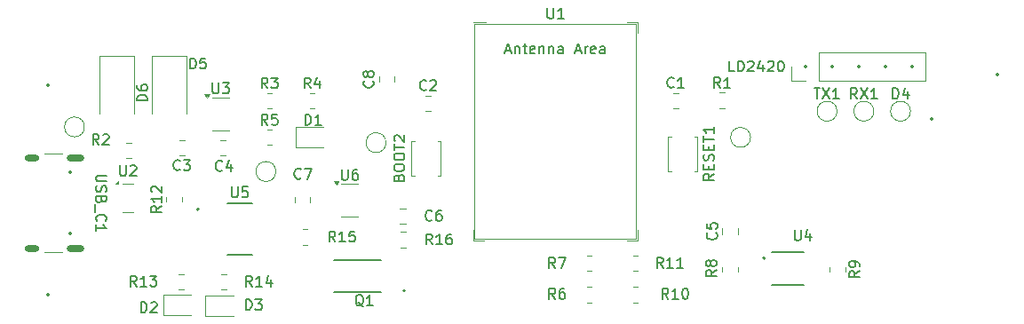
<source format=gto>
%TF.GenerationSoftware,KiCad,Pcbnew,8.0.8*%
%TF.CreationDate,2025-04-24T21:45:02+02:00*%
%TF.ProjectId,LD2420_Radar_ESP32,4c443234-3230-45f5-9261-6461725f4553,rev?*%
%TF.SameCoordinates,Original*%
%TF.FileFunction,Legend,Top*%
%TF.FilePolarity,Positive*%
%FSLAX46Y46*%
G04 Gerber Fmt 4.6, Leading zero omitted, Abs format (unit mm)*
G04 Created by KiCad (PCBNEW 8.0.8) date 2025-04-24 21:45:02*
%MOMM*%
%LPD*%
G01*
G04 APERTURE LIST*
%ADD10C,0.150000*%
%ADD11C,0.120000*%
%ADD12C,0.127000*%
%ADD13C,0.200000*%
%ADD14C,0.350000*%
%ADD15O,1.700000X0.600000*%
%ADD16O,1.400000X0.600000*%
G04 APERTURE END LIST*
D10*
X162429580Y-102366666D02*
X162477200Y-102414285D01*
X162477200Y-102414285D02*
X162524819Y-102557142D01*
X162524819Y-102557142D02*
X162524819Y-102652380D01*
X162524819Y-102652380D02*
X162477200Y-102795237D01*
X162477200Y-102795237D02*
X162381961Y-102890475D01*
X162381961Y-102890475D02*
X162286723Y-102938094D01*
X162286723Y-102938094D02*
X162096247Y-102985713D01*
X162096247Y-102985713D02*
X161953390Y-102985713D01*
X161953390Y-102985713D02*
X161762914Y-102938094D01*
X161762914Y-102938094D02*
X161667676Y-102890475D01*
X161667676Y-102890475D02*
X161572438Y-102795237D01*
X161572438Y-102795237D02*
X161524819Y-102652380D01*
X161524819Y-102652380D02*
X161524819Y-102557142D01*
X161524819Y-102557142D02*
X161572438Y-102414285D01*
X161572438Y-102414285D02*
X161620057Y-102366666D01*
X161953390Y-101795237D02*
X161905771Y-101890475D01*
X161905771Y-101890475D02*
X161858152Y-101938094D01*
X161858152Y-101938094D02*
X161762914Y-101985713D01*
X161762914Y-101985713D02*
X161715295Y-101985713D01*
X161715295Y-101985713D02*
X161620057Y-101938094D01*
X161620057Y-101938094D02*
X161572438Y-101890475D01*
X161572438Y-101890475D02*
X161524819Y-101795237D01*
X161524819Y-101795237D02*
X161524819Y-101604761D01*
X161524819Y-101604761D02*
X161572438Y-101509523D01*
X161572438Y-101509523D02*
X161620057Y-101461904D01*
X161620057Y-101461904D02*
X161715295Y-101414285D01*
X161715295Y-101414285D02*
X161762914Y-101414285D01*
X161762914Y-101414285D02*
X161858152Y-101461904D01*
X161858152Y-101461904D02*
X161905771Y-101509523D01*
X161905771Y-101509523D02*
X161953390Y-101604761D01*
X161953390Y-101604761D02*
X161953390Y-101795237D01*
X161953390Y-101795237D02*
X162001009Y-101890475D01*
X162001009Y-101890475D02*
X162048628Y-101938094D01*
X162048628Y-101938094D02*
X162143866Y-101985713D01*
X162143866Y-101985713D02*
X162334342Y-101985713D01*
X162334342Y-101985713D02*
X162429580Y-101938094D01*
X162429580Y-101938094D02*
X162477200Y-101890475D01*
X162477200Y-101890475D02*
X162524819Y-101795237D01*
X162524819Y-101795237D02*
X162524819Y-101604761D01*
X162524819Y-101604761D02*
X162477200Y-101509523D01*
X162477200Y-101509523D02*
X162429580Y-101461904D01*
X162429580Y-101461904D02*
X162334342Y-101414285D01*
X162334342Y-101414285D02*
X162143866Y-101414285D01*
X162143866Y-101414285D02*
X162048628Y-101461904D01*
X162048628Y-101461904D02*
X162001009Y-101509523D01*
X162001009Y-101509523D02*
X161953390Y-101604761D01*
X194954819Y-111228571D02*
X194478628Y-111561904D01*
X194954819Y-111799999D02*
X193954819Y-111799999D01*
X193954819Y-111799999D02*
X193954819Y-111419047D01*
X193954819Y-111419047D02*
X194002438Y-111323809D01*
X194002438Y-111323809D02*
X194050057Y-111276190D01*
X194050057Y-111276190D02*
X194145295Y-111228571D01*
X194145295Y-111228571D02*
X194288152Y-111228571D01*
X194288152Y-111228571D02*
X194383390Y-111276190D01*
X194383390Y-111276190D02*
X194431009Y-111323809D01*
X194431009Y-111323809D02*
X194478628Y-111419047D01*
X194478628Y-111419047D02*
X194478628Y-111799999D01*
X194431009Y-110799999D02*
X194431009Y-110466666D01*
X194954819Y-110323809D02*
X194954819Y-110799999D01*
X194954819Y-110799999D02*
X193954819Y-110799999D01*
X193954819Y-110799999D02*
X193954819Y-110323809D01*
X194907200Y-109942856D02*
X194954819Y-109799999D01*
X194954819Y-109799999D02*
X194954819Y-109561904D01*
X194954819Y-109561904D02*
X194907200Y-109466666D01*
X194907200Y-109466666D02*
X194859580Y-109419047D01*
X194859580Y-109419047D02*
X194764342Y-109371428D01*
X194764342Y-109371428D02*
X194669104Y-109371428D01*
X194669104Y-109371428D02*
X194573866Y-109419047D01*
X194573866Y-109419047D02*
X194526247Y-109466666D01*
X194526247Y-109466666D02*
X194478628Y-109561904D01*
X194478628Y-109561904D02*
X194431009Y-109752380D01*
X194431009Y-109752380D02*
X194383390Y-109847618D01*
X194383390Y-109847618D02*
X194335771Y-109895237D01*
X194335771Y-109895237D02*
X194240533Y-109942856D01*
X194240533Y-109942856D02*
X194145295Y-109942856D01*
X194145295Y-109942856D02*
X194050057Y-109895237D01*
X194050057Y-109895237D02*
X194002438Y-109847618D01*
X194002438Y-109847618D02*
X193954819Y-109752380D01*
X193954819Y-109752380D02*
X193954819Y-109514285D01*
X193954819Y-109514285D02*
X194002438Y-109371428D01*
X194431009Y-108942856D02*
X194431009Y-108609523D01*
X194954819Y-108466666D02*
X194954819Y-108942856D01*
X194954819Y-108942856D02*
X193954819Y-108942856D01*
X193954819Y-108942856D02*
X193954819Y-108466666D01*
X193954819Y-108180951D02*
X193954819Y-107609523D01*
X194954819Y-107895237D02*
X193954819Y-107895237D01*
X194954819Y-106752380D02*
X194954819Y-107323808D01*
X194954819Y-107038094D02*
X193954819Y-107038094D01*
X193954819Y-107038094D02*
X194097676Y-107133332D01*
X194097676Y-107133332D02*
X194192914Y-107228570D01*
X194192914Y-107228570D02*
X194240533Y-107323808D01*
X136333333Y-108454819D02*
X136000000Y-107978628D01*
X135761905Y-108454819D02*
X135761905Y-107454819D01*
X135761905Y-107454819D02*
X136142857Y-107454819D01*
X136142857Y-107454819D02*
X136238095Y-107502438D01*
X136238095Y-107502438D02*
X136285714Y-107550057D01*
X136285714Y-107550057D02*
X136333333Y-107645295D01*
X136333333Y-107645295D02*
X136333333Y-107788152D01*
X136333333Y-107788152D02*
X136285714Y-107883390D01*
X136285714Y-107883390D02*
X136238095Y-107931009D01*
X136238095Y-107931009D02*
X136142857Y-107978628D01*
X136142857Y-107978628D02*
X135761905Y-107978628D01*
X136714286Y-107550057D02*
X136761905Y-107502438D01*
X136761905Y-107502438D02*
X136857143Y-107454819D01*
X136857143Y-107454819D02*
X137095238Y-107454819D01*
X137095238Y-107454819D02*
X137190476Y-107502438D01*
X137190476Y-107502438D02*
X137238095Y-107550057D01*
X137238095Y-107550057D02*
X137285714Y-107645295D01*
X137285714Y-107645295D02*
X137285714Y-107740533D01*
X137285714Y-107740533D02*
X137238095Y-107883390D01*
X137238095Y-107883390D02*
X136666667Y-108454819D01*
X136666667Y-108454819D02*
X137285714Y-108454819D01*
X195563333Y-103024819D02*
X195230000Y-102548628D01*
X194991905Y-103024819D02*
X194991905Y-102024819D01*
X194991905Y-102024819D02*
X195372857Y-102024819D01*
X195372857Y-102024819D02*
X195468095Y-102072438D01*
X195468095Y-102072438D02*
X195515714Y-102120057D01*
X195515714Y-102120057D02*
X195563333Y-102215295D01*
X195563333Y-102215295D02*
X195563333Y-102358152D01*
X195563333Y-102358152D02*
X195515714Y-102453390D01*
X195515714Y-102453390D02*
X195468095Y-102501009D01*
X195468095Y-102501009D02*
X195372857Y-102548628D01*
X195372857Y-102548628D02*
X194991905Y-102548628D01*
X196515714Y-103024819D02*
X195944286Y-103024819D01*
X196230000Y-103024819D02*
X196230000Y-102024819D01*
X196230000Y-102024819D02*
X196134762Y-102167676D01*
X196134762Y-102167676D02*
X196039524Y-102262914D01*
X196039524Y-102262914D02*
X195944286Y-102310533D01*
X147163095Y-102554819D02*
X147163095Y-103364342D01*
X147163095Y-103364342D02*
X147210714Y-103459580D01*
X147210714Y-103459580D02*
X147258333Y-103507200D01*
X147258333Y-103507200D02*
X147353571Y-103554819D01*
X147353571Y-103554819D02*
X147544047Y-103554819D01*
X147544047Y-103554819D02*
X147639285Y-103507200D01*
X147639285Y-103507200D02*
X147686904Y-103459580D01*
X147686904Y-103459580D02*
X147734523Y-103364342D01*
X147734523Y-103364342D02*
X147734523Y-102554819D01*
X148115476Y-102554819D02*
X148734523Y-102554819D01*
X148734523Y-102554819D02*
X148401190Y-102935771D01*
X148401190Y-102935771D02*
X148544047Y-102935771D01*
X148544047Y-102935771D02*
X148639285Y-102983390D01*
X148639285Y-102983390D02*
X148686904Y-103031009D01*
X148686904Y-103031009D02*
X148734523Y-103126247D01*
X148734523Y-103126247D02*
X148734523Y-103364342D01*
X148734523Y-103364342D02*
X148686904Y-103459580D01*
X148686904Y-103459580D02*
X148639285Y-103507200D01*
X148639285Y-103507200D02*
X148544047Y-103554819D01*
X148544047Y-103554819D02*
X148258333Y-103554819D01*
X148258333Y-103554819D02*
X148163095Y-103507200D01*
X148163095Y-103507200D02*
X148115476Y-103459580D01*
X139932142Y-121954819D02*
X139598809Y-121478628D01*
X139360714Y-121954819D02*
X139360714Y-120954819D01*
X139360714Y-120954819D02*
X139741666Y-120954819D01*
X139741666Y-120954819D02*
X139836904Y-121002438D01*
X139836904Y-121002438D02*
X139884523Y-121050057D01*
X139884523Y-121050057D02*
X139932142Y-121145295D01*
X139932142Y-121145295D02*
X139932142Y-121288152D01*
X139932142Y-121288152D02*
X139884523Y-121383390D01*
X139884523Y-121383390D02*
X139836904Y-121431009D01*
X139836904Y-121431009D02*
X139741666Y-121478628D01*
X139741666Y-121478628D02*
X139360714Y-121478628D01*
X140884523Y-121954819D02*
X140313095Y-121954819D01*
X140598809Y-121954819D02*
X140598809Y-120954819D01*
X140598809Y-120954819D02*
X140503571Y-121097676D01*
X140503571Y-121097676D02*
X140408333Y-121192914D01*
X140408333Y-121192914D02*
X140313095Y-121240533D01*
X141217857Y-120954819D02*
X141836904Y-120954819D01*
X141836904Y-120954819D02*
X141503571Y-121335771D01*
X141503571Y-121335771D02*
X141646428Y-121335771D01*
X141646428Y-121335771D02*
X141741666Y-121383390D01*
X141741666Y-121383390D02*
X141789285Y-121431009D01*
X141789285Y-121431009D02*
X141836904Y-121526247D01*
X141836904Y-121526247D02*
X141836904Y-121764342D01*
X141836904Y-121764342D02*
X141789285Y-121859580D01*
X141789285Y-121859580D02*
X141741666Y-121907200D01*
X141741666Y-121907200D02*
X141646428Y-121954819D01*
X141646428Y-121954819D02*
X141360714Y-121954819D01*
X141360714Y-121954819D02*
X141265476Y-121907200D01*
X141265476Y-121907200D02*
X141217857Y-121859580D01*
X168083333Y-115609580D02*
X168035714Y-115657200D01*
X168035714Y-115657200D02*
X167892857Y-115704819D01*
X167892857Y-115704819D02*
X167797619Y-115704819D01*
X167797619Y-115704819D02*
X167654762Y-115657200D01*
X167654762Y-115657200D02*
X167559524Y-115561961D01*
X167559524Y-115561961D02*
X167511905Y-115466723D01*
X167511905Y-115466723D02*
X167464286Y-115276247D01*
X167464286Y-115276247D02*
X167464286Y-115133390D01*
X167464286Y-115133390D02*
X167511905Y-114942914D01*
X167511905Y-114942914D02*
X167559524Y-114847676D01*
X167559524Y-114847676D02*
X167654762Y-114752438D01*
X167654762Y-114752438D02*
X167797619Y-114704819D01*
X167797619Y-114704819D02*
X167892857Y-114704819D01*
X167892857Y-114704819D02*
X168035714Y-114752438D01*
X168035714Y-114752438D02*
X168083333Y-114800057D01*
X168940476Y-114704819D02*
X168750000Y-114704819D01*
X168750000Y-114704819D02*
X168654762Y-114752438D01*
X168654762Y-114752438D02*
X168607143Y-114800057D01*
X168607143Y-114800057D02*
X168511905Y-114942914D01*
X168511905Y-114942914D02*
X168464286Y-115133390D01*
X168464286Y-115133390D02*
X168464286Y-115514342D01*
X168464286Y-115514342D02*
X168511905Y-115609580D01*
X168511905Y-115609580D02*
X168559524Y-115657200D01*
X168559524Y-115657200D02*
X168654762Y-115704819D01*
X168654762Y-115704819D02*
X168845238Y-115704819D01*
X168845238Y-115704819D02*
X168940476Y-115657200D01*
X168940476Y-115657200D02*
X168988095Y-115609580D01*
X168988095Y-115609580D02*
X169035714Y-115514342D01*
X169035714Y-115514342D02*
X169035714Y-115276247D01*
X169035714Y-115276247D02*
X168988095Y-115181009D01*
X168988095Y-115181009D02*
X168940476Y-115133390D01*
X168940476Y-115133390D02*
X168845238Y-115085771D01*
X168845238Y-115085771D02*
X168654762Y-115085771D01*
X168654762Y-115085771D02*
X168559524Y-115133390D01*
X168559524Y-115133390D02*
X168511905Y-115181009D01*
X168511905Y-115181009D02*
X168464286Y-115276247D01*
X208607142Y-104056819D02*
X208273809Y-103580628D01*
X208035714Y-104056819D02*
X208035714Y-103056819D01*
X208035714Y-103056819D02*
X208416666Y-103056819D01*
X208416666Y-103056819D02*
X208511904Y-103104438D01*
X208511904Y-103104438D02*
X208559523Y-103152057D01*
X208559523Y-103152057D02*
X208607142Y-103247295D01*
X208607142Y-103247295D02*
X208607142Y-103390152D01*
X208607142Y-103390152D02*
X208559523Y-103485390D01*
X208559523Y-103485390D02*
X208511904Y-103533009D01*
X208511904Y-103533009D02*
X208416666Y-103580628D01*
X208416666Y-103580628D02*
X208035714Y-103580628D01*
X208940476Y-103056819D02*
X209607142Y-104056819D01*
X209607142Y-103056819D02*
X208940476Y-104056819D01*
X210511904Y-104056819D02*
X209940476Y-104056819D01*
X210226190Y-104056819D02*
X210226190Y-103056819D01*
X210226190Y-103056819D02*
X210130952Y-103199676D01*
X210130952Y-103199676D02*
X210035714Y-103294914D01*
X210035714Y-103294914D02*
X209940476Y-103342533D01*
X155999405Y-106554819D02*
X155999405Y-105554819D01*
X155999405Y-105554819D02*
X156237500Y-105554819D01*
X156237500Y-105554819D02*
X156380357Y-105602438D01*
X156380357Y-105602438D02*
X156475595Y-105697676D01*
X156475595Y-105697676D02*
X156523214Y-105792914D01*
X156523214Y-105792914D02*
X156570833Y-105983390D01*
X156570833Y-105983390D02*
X156570833Y-106126247D01*
X156570833Y-106126247D02*
X156523214Y-106316723D01*
X156523214Y-106316723D02*
X156475595Y-106411961D01*
X156475595Y-106411961D02*
X156380357Y-106507200D01*
X156380357Y-106507200D02*
X156237500Y-106554819D01*
X156237500Y-106554819D02*
X155999405Y-106554819D01*
X157523214Y-106554819D02*
X156951786Y-106554819D01*
X157237500Y-106554819D02*
X157237500Y-105554819D01*
X157237500Y-105554819D02*
X157142262Y-105697676D01*
X157142262Y-105697676D02*
X157047024Y-105792914D01*
X157047024Y-105792914D02*
X156951786Y-105840533D01*
X158857142Y-117704819D02*
X158523809Y-117228628D01*
X158285714Y-117704819D02*
X158285714Y-116704819D01*
X158285714Y-116704819D02*
X158666666Y-116704819D01*
X158666666Y-116704819D02*
X158761904Y-116752438D01*
X158761904Y-116752438D02*
X158809523Y-116800057D01*
X158809523Y-116800057D02*
X158857142Y-116895295D01*
X158857142Y-116895295D02*
X158857142Y-117038152D01*
X158857142Y-117038152D02*
X158809523Y-117133390D01*
X158809523Y-117133390D02*
X158761904Y-117181009D01*
X158761904Y-117181009D02*
X158666666Y-117228628D01*
X158666666Y-117228628D02*
X158285714Y-117228628D01*
X159809523Y-117704819D02*
X159238095Y-117704819D01*
X159523809Y-117704819D02*
X159523809Y-116704819D01*
X159523809Y-116704819D02*
X159428571Y-116847676D01*
X159428571Y-116847676D02*
X159333333Y-116942914D01*
X159333333Y-116942914D02*
X159238095Y-116990533D01*
X160714285Y-116704819D02*
X160238095Y-116704819D01*
X160238095Y-116704819D02*
X160190476Y-117181009D01*
X160190476Y-117181009D02*
X160238095Y-117133390D01*
X160238095Y-117133390D02*
X160333333Y-117085771D01*
X160333333Y-117085771D02*
X160571428Y-117085771D01*
X160571428Y-117085771D02*
X160666666Y-117133390D01*
X160666666Y-117133390D02*
X160714285Y-117181009D01*
X160714285Y-117181009D02*
X160761904Y-117276247D01*
X160761904Y-117276247D02*
X160761904Y-117514342D01*
X160761904Y-117514342D02*
X160714285Y-117609580D01*
X160714285Y-117609580D02*
X160666666Y-117657200D01*
X160666666Y-117657200D02*
X160571428Y-117704819D01*
X160571428Y-117704819D02*
X160333333Y-117704819D01*
X160333333Y-117704819D02*
X160238095Y-117657200D01*
X160238095Y-117657200D02*
X160190476Y-117609580D01*
X152420833Y-103054819D02*
X152087500Y-102578628D01*
X151849405Y-103054819D02*
X151849405Y-102054819D01*
X151849405Y-102054819D02*
X152230357Y-102054819D01*
X152230357Y-102054819D02*
X152325595Y-102102438D01*
X152325595Y-102102438D02*
X152373214Y-102150057D01*
X152373214Y-102150057D02*
X152420833Y-102245295D01*
X152420833Y-102245295D02*
X152420833Y-102388152D01*
X152420833Y-102388152D02*
X152373214Y-102483390D01*
X152373214Y-102483390D02*
X152325595Y-102531009D01*
X152325595Y-102531009D02*
X152230357Y-102578628D01*
X152230357Y-102578628D02*
X151849405Y-102578628D01*
X152754167Y-102054819D02*
X153373214Y-102054819D01*
X153373214Y-102054819D02*
X153039881Y-102435771D01*
X153039881Y-102435771D02*
X153182738Y-102435771D01*
X153182738Y-102435771D02*
X153277976Y-102483390D01*
X153277976Y-102483390D02*
X153325595Y-102531009D01*
X153325595Y-102531009D02*
X153373214Y-102626247D01*
X153373214Y-102626247D02*
X153373214Y-102864342D01*
X153373214Y-102864342D02*
X153325595Y-102959580D01*
X153325595Y-102959580D02*
X153277976Y-103007200D01*
X153277976Y-103007200D02*
X153182738Y-103054819D01*
X153182738Y-103054819D02*
X152897024Y-103054819D01*
X152897024Y-103054819D02*
X152801786Y-103007200D01*
X152801786Y-103007200D02*
X152754167Y-102959580D01*
X164931009Y-111583333D02*
X164978628Y-111440476D01*
X164978628Y-111440476D02*
X165026247Y-111392857D01*
X165026247Y-111392857D02*
X165121485Y-111345238D01*
X165121485Y-111345238D02*
X165264342Y-111345238D01*
X165264342Y-111345238D02*
X165359580Y-111392857D01*
X165359580Y-111392857D02*
X165407200Y-111440476D01*
X165407200Y-111440476D02*
X165454819Y-111535714D01*
X165454819Y-111535714D02*
X165454819Y-111916666D01*
X165454819Y-111916666D02*
X164454819Y-111916666D01*
X164454819Y-111916666D02*
X164454819Y-111583333D01*
X164454819Y-111583333D02*
X164502438Y-111488095D01*
X164502438Y-111488095D02*
X164550057Y-111440476D01*
X164550057Y-111440476D02*
X164645295Y-111392857D01*
X164645295Y-111392857D02*
X164740533Y-111392857D01*
X164740533Y-111392857D02*
X164835771Y-111440476D01*
X164835771Y-111440476D02*
X164883390Y-111488095D01*
X164883390Y-111488095D02*
X164931009Y-111583333D01*
X164931009Y-111583333D02*
X164931009Y-111916666D01*
X164454819Y-110726190D02*
X164454819Y-110535714D01*
X164454819Y-110535714D02*
X164502438Y-110440476D01*
X164502438Y-110440476D02*
X164597676Y-110345238D01*
X164597676Y-110345238D02*
X164788152Y-110297619D01*
X164788152Y-110297619D02*
X165121485Y-110297619D01*
X165121485Y-110297619D02*
X165311961Y-110345238D01*
X165311961Y-110345238D02*
X165407200Y-110440476D01*
X165407200Y-110440476D02*
X165454819Y-110535714D01*
X165454819Y-110535714D02*
X165454819Y-110726190D01*
X165454819Y-110726190D02*
X165407200Y-110821428D01*
X165407200Y-110821428D02*
X165311961Y-110916666D01*
X165311961Y-110916666D02*
X165121485Y-110964285D01*
X165121485Y-110964285D02*
X164788152Y-110964285D01*
X164788152Y-110964285D02*
X164597676Y-110916666D01*
X164597676Y-110916666D02*
X164502438Y-110821428D01*
X164502438Y-110821428D02*
X164454819Y-110726190D01*
X164454819Y-109678571D02*
X164454819Y-109488095D01*
X164454819Y-109488095D02*
X164502438Y-109392857D01*
X164502438Y-109392857D02*
X164597676Y-109297619D01*
X164597676Y-109297619D02*
X164788152Y-109250000D01*
X164788152Y-109250000D02*
X165121485Y-109250000D01*
X165121485Y-109250000D02*
X165311961Y-109297619D01*
X165311961Y-109297619D02*
X165407200Y-109392857D01*
X165407200Y-109392857D02*
X165454819Y-109488095D01*
X165454819Y-109488095D02*
X165454819Y-109678571D01*
X165454819Y-109678571D02*
X165407200Y-109773809D01*
X165407200Y-109773809D02*
X165311961Y-109869047D01*
X165311961Y-109869047D02*
X165121485Y-109916666D01*
X165121485Y-109916666D02*
X164788152Y-109916666D01*
X164788152Y-109916666D02*
X164597676Y-109869047D01*
X164597676Y-109869047D02*
X164502438Y-109773809D01*
X164502438Y-109773809D02*
X164454819Y-109678571D01*
X164454819Y-108964285D02*
X164454819Y-108392857D01*
X165454819Y-108678571D02*
X164454819Y-108678571D01*
X164550057Y-108107142D02*
X164502438Y-108059523D01*
X164502438Y-108059523D02*
X164454819Y-107964285D01*
X164454819Y-107964285D02*
X164454819Y-107726190D01*
X164454819Y-107726190D02*
X164502438Y-107630952D01*
X164502438Y-107630952D02*
X164550057Y-107583333D01*
X164550057Y-107583333D02*
X164645295Y-107535714D01*
X164645295Y-107535714D02*
X164740533Y-107535714D01*
X164740533Y-107535714D02*
X164883390Y-107583333D01*
X164883390Y-107583333D02*
X165454819Y-108154761D01*
X165454819Y-108154761D02*
X165454819Y-107535714D01*
X179833333Y-123154819D02*
X179500000Y-122678628D01*
X179261905Y-123154819D02*
X179261905Y-122154819D01*
X179261905Y-122154819D02*
X179642857Y-122154819D01*
X179642857Y-122154819D02*
X179738095Y-122202438D01*
X179738095Y-122202438D02*
X179785714Y-122250057D01*
X179785714Y-122250057D02*
X179833333Y-122345295D01*
X179833333Y-122345295D02*
X179833333Y-122488152D01*
X179833333Y-122488152D02*
X179785714Y-122583390D01*
X179785714Y-122583390D02*
X179738095Y-122631009D01*
X179738095Y-122631009D02*
X179642857Y-122678628D01*
X179642857Y-122678628D02*
X179261905Y-122678628D01*
X180690476Y-122154819D02*
X180500000Y-122154819D01*
X180500000Y-122154819D02*
X180404762Y-122202438D01*
X180404762Y-122202438D02*
X180357143Y-122250057D01*
X180357143Y-122250057D02*
X180261905Y-122392914D01*
X180261905Y-122392914D02*
X180214286Y-122583390D01*
X180214286Y-122583390D02*
X180214286Y-122964342D01*
X180214286Y-122964342D02*
X180261905Y-123059580D01*
X180261905Y-123059580D02*
X180309524Y-123107200D01*
X180309524Y-123107200D02*
X180404762Y-123154819D01*
X180404762Y-123154819D02*
X180595238Y-123154819D01*
X180595238Y-123154819D02*
X180690476Y-123107200D01*
X180690476Y-123107200D02*
X180738095Y-123059580D01*
X180738095Y-123059580D02*
X180785714Y-122964342D01*
X180785714Y-122964342D02*
X180785714Y-122726247D01*
X180785714Y-122726247D02*
X180738095Y-122631009D01*
X180738095Y-122631009D02*
X180690476Y-122583390D01*
X180690476Y-122583390D02*
X180595238Y-122535771D01*
X180595238Y-122535771D02*
X180404762Y-122535771D01*
X180404762Y-122535771D02*
X180309524Y-122583390D01*
X180309524Y-122583390D02*
X180261905Y-122631009D01*
X180261905Y-122631009D02*
X180214286Y-122726247D01*
X148988095Y-112462319D02*
X148988095Y-113271842D01*
X148988095Y-113271842D02*
X149035714Y-113367080D01*
X149035714Y-113367080D02*
X149083333Y-113414700D01*
X149083333Y-113414700D02*
X149178571Y-113462319D01*
X149178571Y-113462319D02*
X149369047Y-113462319D01*
X149369047Y-113462319D02*
X149464285Y-113414700D01*
X149464285Y-113414700D02*
X149511904Y-113367080D01*
X149511904Y-113367080D02*
X149559523Y-113271842D01*
X149559523Y-113271842D02*
X149559523Y-112462319D01*
X150511904Y-112462319D02*
X150035714Y-112462319D01*
X150035714Y-112462319D02*
X149988095Y-112938509D01*
X149988095Y-112938509D02*
X150035714Y-112890890D01*
X150035714Y-112890890D02*
X150130952Y-112843271D01*
X150130952Y-112843271D02*
X150369047Y-112843271D01*
X150369047Y-112843271D02*
X150464285Y-112890890D01*
X150464285Y-112890890D02*
X150511904Y-112938509D01*
X150511904Y-112938509D02*
X150559523Y-113033747D01*
X150559523Y-113033747D02*
X150559523Y-113271842D01*
X150559523Y-113271842D02*
X150511904Y-113367080D01*
X150511904Y-113367080D02*
X150464285Y-113414700D01*
X150464285Y-113414700D02*
X150369047Y-113462319D01*
X150369047Y-113462319D02*
X150130952Y-113462319D01*
X150130952Y-113462319D02*
X150035714Y-113414700D01*
X150035714Y-113414700D02*
X149988095Y-113367080D01*
X155583333Y-111609580D02*
X155535714Y-111657200D01*
X155535714Y-111657200D02*
X155392857Y-111704819D01*
X155392857Y-111704819D02*
X155297619Y-111704819D01*
X155297619Y-111704819D02*
X155154762Y-111657200D01*
X155154762Y-111657200D02*
X155059524Y-111561961D01*
X155059524Y-111561961D02*
X155011905Y-111466723D01*
X155011905Y-111466723D02*
X154964286Y-111276247D01*
X154964286Y-111276247D02*
X154964286Y-111133390D01*
X154964286Y-111133390D02*
X155011905Y-110942914D01*
X155011905Y-110942914D02*
X155059524Y-110847676D01*
X155059524Y-110847676D02*
X155154762Y-110752438D01*
X155154762Y-110752438D02*
X155297619Y-110704819D01*
X155297619Y-110704819D02*
X155392857Y-110704819D01*
X155392857Y-110704819D02*
X155535714Y-110752438D01*
X155535714Y-110752438D02*
X155583333Y-110800057D01*
X155916667Y-110704819D02*
X156583333Y-110704819D01*
X156583333Y-110704819D02*
X156154762Y-111704819D01*
X195204819Y-120416666D02*
X194728628Y-120749999D01*
X195204819Y-120988094D02*
X194204819Y-120988094D01*
X194204819Y-120988094D02*
X194204819Y-120607142D01*
X194204819Y-120607142D02*
X194252438Y-120511904D01*
X194252438Y-120511904D02*
X194300057Y-120464285D01*
X194300057Y-120464285D02*
X194395295Y-120416666D01*
X194395295Y-120416666D02*
X194538152Y-120416666D01*
X194538152Y-120416666D02*
X194633390Y-120464285D01*
X194633390Y-120464285D02*
X194681009Y-120511904D01*
X194681009Y-120511904D02*
X194728628Y-120607142D01*
X194728628Y-120607142D02*
X194728628Y-120988094D01*
X194633390Y-119845237D02*
X194585771Y-119940475D01*
X194585771Y-119940475D02*
X194538152Y-119988094D01*
X194538152Y-119988094D02*
X194442914Y-120035713D01*
X194442914Y-120035713D02*
X194395295Y-120035713D01*
X194395295Y-120035713D02*
X194300057Y-119988094D01*
X194300057Y-119988094D02*
X194252438Y-119940475D01*
X194252438Y-119940475D02*
X194204819Y-119845237D01*
X194204819Y-119845237D02*
X194204819Y-119654761D01*
X194204819Y-119654761D02*
X194252438Y-119559523D01*
X194252438Y-119559523D02*
X194300057Y-119511904D01*
X194300057Y-119511904D02*
X194395295Y-119464285D01*
X194395295Y-119464285D02*
X194442914Y-119464285D01*
X194442914Y-119464285D02*
X194538152Y-119511904D01*
X194538152Y-119511904D02*
X194585771Y-119559523D01*
X194585771Y-119559523D02*
X194633390Y-119654761D01*
X194633390Y-119654761D02*
X194633390Y-119845237D01*
X194633390Y-119845237D02*
X194681009Y-119940475D01*
X194681009Y-119940475D02*
X194728628Y-119988094D01*
X194728628Y-119988094D02*
X194823866Y-120035713D01*
X194823866Y-120035713D02*
X195014342Y-120035713D01*
X195014342Y-120035713D02*
X195109580Y-119988094D01*
X195109580Y-119988094D02*
X195157200Y-119940475D01*
X195157200Y-119940475D02*
X195204819Y-119845237D01*
X195204819Y-119845237D02*
X195204819Y-119654761D01*
X195204819Y-119654761D02*
X195157200Y-119559523D01*
X195157200Y-119559523D02*
X195109580Y-119511904D01*
X195109580Y-119511904D02*
X195014342Y-119464285D01*
X195014342Y-119464285D02*
X194823866Y-119464285D01*
X194823866Y-119464285D02*
X194728628Y-119511904D01*
X194728628Y-119511904D02*
X194681009Y-119559523D01*
X194681009Y-119559523D02*
X194633390Y-119654761D01*
X156495833Y-103054819D02*
X156162500Y-102578628D01*
X155924405Y-103054819D02*
X155924405Y-102054819D01*
X155924405Y-102054819D02*
X156305357Y-102054819D01*
X156305357Y-102054819D02*
X156400595Y-102102438D01*
X156400595Y-102102438D02*
X156448214Y-102150057D01*
X156448214Y-102150057D02*
X156495833Y-102245295D01*
X156495833Y-102245295D02*
X156495833Y-102388152D01*
X156495833Y-102388152D02*
X156448214Y-102483390D01*
X156448214Y-102483390D02*
X156400595Y-102531009D01*
X156400595Y-102531009D02*
X156305357Y-102578628D01*
X156305357Y-102578628D02*
X155924405Y-102578628D01*
X157352976Y-102388152D02*
X157352976Y-103054819D01*
X157114881Y-102007200D02*
X156876786Y-102721485D01*
X156876786Y-102721485D02*
X157495833Y-102721485D01*
X137045180Y-111380952D02*
X136235657Y-111380952D01*
X136235657Y-111380952D02*
X136140419Y-111428571D01*
X136140419Y-111428571D02*
X136092800Y-111476190D01*
X136092800Y-111476190D02*
X136045180Y-111571428D01*
X136045180Y-111571428D02*
X136045180Y-111761904D01*
X136045180Y-111761904D02*
X136092800Y-111857142D01*
X136092800Y-111857142D02*
X136140419Y-111904761D01*
X136140419Y-111904761D02*
X136235657Y-111952380D01*
X136235657Y-111952380D02*
X137045180Y-111952380D01*
X136092800Y-112380952D02*
X136045180Y-112523809D01*
X136045180Y-112523809D02*
X136045180Y-112761904D01*
X136045180Y-112761904D02*
X136092800Y-112857142D01*
X136092800Y-112857142D02*
X136140419Y-112904761D01*
X136140419Y-112904761D02*
X136235657Y-112952380D01*
X136235657Y-112952380D02*
X136330895Y-112952380D01*
X136330895Y-112952380D02*
X136426133Y-112904761D01*
X136426133Y-112904761D02*
X136473752Y-112857142D01*
X136473752Y-112857142D02*
X136521371Y-112761904D01*
X136521371Y-112761904D02*
X136568990Y-112571428D01*
X136568990Y-112571428D02*
X136616609Y-112476190D01*
X136616609Y-112476190D02*
X136664228Y-112428571D01*
X136664228Y-112428571D02*
X136759466Y-112380952D01*
X136759466Y-112380952D02*
X136854704Y-112380952D01*
X136854704Y-112380952D02*
X136949942Y-112428571D01*
X136949942Y-112428571D02*
X136997561Y-112476190D01*
X136997561Y-112476190D02*
X137045180Y-112571428D01*
X137045180Y-112571428D02*
X137045180Y-112809523D01*
X137045180Y-112809523D02*
X136997561Y-112952380D01*
X136568990Y-113714285D02*
X136521371Y-113857142D01*
X136521371Y-113857142D02*
X136473752Y-113904761D01*
X136473752Y-113904761D02*
X136378514Y-113952380D01*
X136378514Y-113952380D02*
X136235657Y-113952380D01*
X136235657Y-113952380D02*
X136140419Y-113904761D01*
X136140419Y-113904761D02*
X136092800Y-113857142D01*
X136092800Y-113857142D02*
X136045180Y-113761904D01*
X136045180Y-113761904D02*
X136045180Y-113380952D01*
X136045180Y-113380952D02*
X137045180Y-113380952D01*
X137045180Y-113380952D02*
X137045180Y-113714285D01*
X137045180Y-113714285D02*
X136997561Y-113809523D01*
X136997561Y-113809523D02*
X136949942Y-113857142D01*
X136949942Y-113857142D02*
X136854704Y-113904761D01*
X136854704Y-113904761D02*
X136759466Y-113904761D01*
X136759466Y-113904761D02*
X136664228Y-113857142D01*
X136664228Y-113857142D02*
X136616609Y-113809523D01*
X136616609Y-113809523D02*
X136568990Y-113714285D01*
X136568990Y-113714285D02*
X136568990Y-113380952D01*
X135949942Y-114142857D02*
X135949942Y-114904761D01*
X136140419Y-115714285D02*
X136092800Y-115666666D01*
X136092800Y-115666666D02*
X136045180Y-115523809D01*
X136045180Y-115523809D02*
X136045180Y-115428571D01*
X136045180Y-115428571D02*
X136092800Y-115285714D01*
X136092800Y-115285714D02*
X136188038Y-115190476D01*
X136188038Y-115190476D02*
X136283276Y-115142857D01*
X136283276Y-115142857D02*
X136473752Y-115095238D01*
X136473752Y-115095238D02*
X136616609Y-115095238D01*
X136616609Y-115095238D02*
X136807085Y-115142857D01*
X136807085Y-115142857D02*
X136902323Y-115190476D01*
X136902323Y-115190476D02*
X136997561Y-115285714D01*
X136997561Y-115285714D02*
X137045180Y-115428571D01*
X137045180Y-115428571D02*
X137045180Y-115523809D01*
X137045180Y-115523809D02*
X136997561Y-115666666D01*
X136997561Y-115666666D02*
X136949942Y-115714285D01*
X136045180Y-116666666D02*
X136045180Y-116095238D01*
X136045180Y-116380952D02*
X137045180Y-116380952D01*
X137045180Y-116380952D02*
X136902323Y-116285714D01*
X136902323Y-116285714D02*
X136807085Y-116190476D01*
X136807085Y-116190476D02*
X136759466Y-116095238D01*
X142304819Y-114305357D02*
X141828628Y-114638690D01*
X142304819Y-114876785D02*
X141304819Y-114876785D01*
X141304819Y-114876785D02*
X141304819Y-114495833D01*
X141304819Y-114495833D02*
X141352438Y-114400595D01*
X141352438Y-114400595D02*
X141400057Y-114352976D01*
X141400057Y-114352976D02*
X141495295Y-114305357D01*
X141495295Y-114305357D02*
X141638152Y-114305357D01*
X141638152Y-114305357D02*
X141733390Y-114352976D01*
X141733390Y-114352976D02*
X141781009Y-114400595D01*
X141781009Y-114400595D02*
X141828628Y-114495833D01*
X141828628Y-114495833D02*
X141828628Y-114876785D01*
X142304819Y-113352976D02*
X142304819Y-113924404D01*
X142304819Y-113638690D02*
X141304819Y-113638690D01*
X141304819Y-113638690D02*
X141447676Y-113733928D01*
X141447676Y-113733928D02*
X141542914Y-113829166D01*
X141542914Y-113829166D02*
X141590533Y-113924404D01*
X141400057Y-112972023D02*
X141352438Y-112924404D01*
X141352438Y-112924404D02*
X141304819Y-112829166D01*
X141304819Y-112829166D02*
X141304819Y-112591071D01*
X141304819Y-112591071D02*
X141352438Y-112495833D01*
X141352438Y-112495833D02*
X141400057Y-112448214D01*
X141400057Y-112448214D02*
X141495295Y-112400595D01*
X141495295Y-112400595D02*
X141590533Y-112400595D01*
X141590533Y-112400595D02*
X141733390Y-112448214D01*
X141733390Y-112448214D02*
X142304819Y-113019642D01*
X142304819Y-113019642D02*
X142304819Y-112400595D01*
X150336905Y-124204819D02*
X150336905Y-123204819D01*
X150336905Y-123204819D02*
X150575000Y-123204819D01*
X150575000Y-123204819D02*
X150717857Y-123252438D01*
X150717857Y-123252438D02*
X150813095Y-123347676D01*
X150813095Y-123347676D02*
X150860714Y-123442914D01*
X150860714Y-123442914D02*
X150908333Y-123633390D01*
X150908333Y-123633390D02*
X150908333Y-123776247D01*
X150908333Y-123776247D02*
X150860714Y-123966723D01*
X150860714Y-123966723D02*
X150813095Y-124061961D01*
X150813095Y-124061961D02*
X150717857Y-124157200D01*
X150717857Y-124157200D02*
X150575000Y-124204819D01*
X150575000Y-124204819D02*
X150336905Y-124204819D01*
X151241667Y-123204819D02*
X151860714Y-123204819D01*
X151860714Y-123204819D02*
X151527381Y-123585771D01*
X151527381Y-123585771D02*
X151670238Y-123585771D01*
X151670238Y-123585771D02*
X151765476Y-123633390D01*
X151765476Y-123633390D02*
X151813095Y-123681009D01*
X151813095Y-123681009D02*
X151860714Y-123776247D01*
X151860714Y-123776247D02*
X151860714Y-124014342D01*
X151860714Y-124014342D02*
X151813095Y-124109580D01*
X151813095Y-124109580D02*
X151765476Y-124157200D01*
X151765476Y-124157200D02*
X151670238Y-124204819D01*
X151670238Y-124204819D02*
X151384524Y-124204819D01*
X151384524Y-124204819D02*
X151289286Y-124157200D01*
X151289286Y-124157200D02*
X151241667Y-124109580D01*
X159488095Y-110804819D02*
X159488095Y-111614342D01*
X159488095Y-111614342D02*
X159535714Y-111709580D01*
X159535714Y-111709580D02*
X159583333Y-111757200D01*
X159583333Y-111757200D02*
X159678571Y-111804819D01*
X159678571Y-111804819D02*
X159869047Y-111804819D01*
X159869047Y-111804819D02*
X159964285Y-111757200D01*
X159964285Y-111757200D02*
X160011904Y-111709580D01*
X160011904Y-111709580D02*
X160059523Y-111614342D01*
X160059523Y-111614342D02*
X160059523Y-110804819D01*
X160964285Y-110804819D02*
X160773809Y-110804819D01*
X160773809Y-110804819D02*
X160678571Y-110852438D01*
X160678571Y-110852438D02*
X160630952Y-110900057D01*
X160630952Y-110900057D02*
X160535714Y-111042914D01*
X160535714Y-111042914D02*
X160488095Y-111233390D01*
X160488095Y-111233390D02*
X160488095Y-111614342D01*
X160488095Y-111614342D02*
X160535714Y-111709580D01*
X160535714Y-111709580D02*
X160583333Y-111757200D01*
X160583333Y-111757200D02*
X160678571Y-111804819D01*
X160678571Y-111804819D02*
X160869047Y-111804819D01*
X160869047Y-111804819D02*
X160964285Y-111757200D01*
X160964285Y-111757200D02*
X161011904Y-111709580D01*
X161011904Y-111709580D02*
X161059523Y-111614342D01*
X161059523Y-111614342D02*
X161059523Y-111376247D01*
X161059523Y-111376247D02*
X161011904Y-111281009D01*
X161011904Y-111281009D02*
X160964285Y-111233390D01*
X160964285Y-111233390D02*
X160869047Y-111185771D01*
X160869047Y-111185771D02*
X160678571Y-111185771D01*
X160678571Y-111185771D02*
X160583333Y-111233390D01*
X160583333Y-111233390D02*
X160535714Y-111281009D01*
X160535714Y-111281009D02*
X160488095Y-111376247D01*
X204511905Y-103056819D02*
X205083333Y-103056819D01*
X204797619Y-104056819D02*
X204797619Y-103056819D01*
X205321429Y-103056819D02*
X205988095Y-104056819D01*
X205988095Y-103056819D02*
X205321429Y-104056819D01*
X206892857Y-104056819D02*
X206321429Y-104056819D01*
X206607143Y-104056819D02*
X206607143Y-103056819D01*
X206607143Y-103056819D02*
X206511905Y-103199676D01*
X206511905Y-103199676D02*
X206416667Y-103294914D01*
X206416667Y-103294914D02*
X206321429Y-103342533D01*
X138325595Y-110414819D02*
X138325595Y-111224342D01*
X138325595Y-111224342D02*
X138373214Y-111319580D01*
X138373214Y-111319580D02*
X138420833Y-111367200D01*
X138420833Y-111367200D02*
X138516071Y-111414819D01*
X138516071Y-111414819D02*
X138706547Y-111414819D01*
X138706547Y-111414819D02*
X138801785Y-111367200D01*
X138801785Y-111367200D02*
X138849404Y-111319580D01*
X138849404Y-111319580D02*
X138897023Y-111224342D01*
X138897023Y-111224342D02*
X138897023Y-110414819D01*
X139325595Y-110510057D02*
X139373214Y-110462438D01*
X139373214Y-110462438D02*
X139468452Y-110414819D01*
X139468452Y-110414819D02*
X139706547Y-110414819D01*
X139706547Y-110414819D02*
X139801785Y-110462438D01*
X139801785Y-110462438D02*
X139849404Y-110510057D01*
X139849404Y-110510057D02*
X139897023Y-110605295D01*
X139897023Y-110605295D02*
X139897023Y-110700533D01*
X139897023Y-110700533D02*
X139849404Y-110843390D01*
X139849404Y-110843390D02*
X139277976Y-111414819D01*
X139277976Y-111414819D02*
X139897023Y-111414819D01*
X145011905Y-101204819D02*
X145011905Y-100204819D01*
X145011905Y-100204819D02*
X145250000Y-100204819D01*
X145250000Y-100204819D02*
X145392857Y-100252438D01*
X145392857Y-100252438D02*
X145488095Y-100347676D01*
X145488095Y-100347676D02*
X145535714Y-100442914D01*
X145535714Y-100442914D02*
X145583333Y-100633390D01*
X145583333Y-100633390D02*
X145583333Y-100776247D01*
X145583333Y-100776247D02*
X145535714Y-100966723D01*
X145535714Y-100966723D02*
X145488095Y-101061961D01*
X145488095Y-101061961D02*
X145392857Y-101157200D01*
X145392857Y-101157200D02*
X145250000Y-101204819D01*
X145250000Y-101204819D02*
X145011905Y-101204819D01*
X146488095Y-100204819D02*
X146011905Y-100204819D01*
X146011905Y-100204819D02*
X145964286Y-100681009D01*
X145964286Y-100681009D02*
X146011905Y-100633390D01*
X146011905Y-100633390D02*
X146107143Y-100585771D01*
X146107143Y-100585771D02*
X146345238Y-100585771D01*
X146345238Y-100585771D02*
X146440476Y-100633390D01*
X146440476Y-100633390D02*
X146488095Y-100681009D01*
X146488095Y-100681009D02*
X146535714Y-100776247D01*
X146535714Y-100776247D02*
X146535714Y-101014342D01*
X146535714Y-101014342D02*
X146488095Y-101109580D01*
X146488095Y-101109580D02*
X146440476Y-101157200D01*
X146440476Y-101157200D02*
X146345238Y-101204819D01*
X146345238Y-101204819D02*
X146107143Y-101204819D01*
X146107143Y-101204819D02*
X146011905Y-101157200D01*
X146011905Y-101157200D02*
X145964286Y-101109580D01*
X140336905Y-124454819D02*
X140336905Y-123454819D01*
X140336905Y-123454819D02*
X140575000Y-123454819D01*
X140575000Y-123454819D02*
X140717857Y-123502438D01*
X140717857Y-123502438D02*
X140813095Y-123597676D01*
X140813095Y-123597676D02*
X140860714Y-123692914D01*
X140860714Y-123692914D02*
X140908333Y-123883390D01*
X140908333Y-123883390D02*
X140908333Y-124026247D01*
X140908333Y-124026247D02*
X140860714Y-124216723D01*
X140860714Y-124216723D02*
X140813095Y-124311961D01*
X140813095Y-124311961D02*
X140717857Y-124407200D01*
X140717857Y-124407200D02*
X140575000Y-124454819D01*
X140575000Y-124454819D02*
X140336905Y-124454819D01*
X141289286Y-123550057D02*
X141336905Y-123502438D01*
X141336905Y-123502438D02*
X141432143Y-123454819D01*
X141432143Y-123454819D02*
X141670238Y-123454819D01*
X141670238Y-123454819D02*
X141765476Y-123502438D01*
X141765476Y-123502438D02*
X141813095Y-123550057D01*
X141813095Y-123550057D02*
X141860714Y-123645295D01*
X141860714Y-123645295D02*
X141860714Y-123740533D01*
X141860714Y-123740533D02*
X141813095Y-123883390D01*
X141813095Y-123883390D02*
X141241667Y-124454819D01*
X141241667Y-124454819D02*
X141860714Y-124454819D01*
X196904761Y-101454819D02*
X196428571Y-101454819D01*
X196428571Y-101454819D02*
X196428571Y-100454819D01*
X197238095Y-101454819D02*
X197238095Y-100454819D01*
X197238095Y-100454819D02*
X197476190Y-100454819D01*
X197476190Y-100454819D02*
X197619047Y-100502438D01*
X197619047Y-100502438D02*
X197714285Y-100597676D01*
X197714285Y-100597676D02*
X197761904Y-100692914D01*
X197761904Y-100692914D02*
X197809523Y-100883390D01*
X197809523Y-100883390D02*
X197809523Y-101026247D01*
X197809523Y-101026247D02*
X197761904Y-101216723D01*
X197761904Y-101216723D02*
X197714285Y-101311961D01*
X197714285Y-101311961D02*
X197619047Y-101407200D01*
X197619047Y-101407200D02*
X197476190Y-101454819D01*
X197476190Y-101454819D02*
X197238095Y-101454819D01*
X198190476Y-100550057D02*
X198238095Y-100502438D01*
X198238095Y-100502438D02*
X198333333Y-100454819D01*
X198333333Y-100454819D02*
X198571428Y-100454819D01*
X198571428Y-100454819D02*
X198666666Y-100502438D01*
X198666666Y-100502438D02*
X198714285Y-100550057D01*
X198714285Y-100550057D02*
X198761904Y-100645295D01*
X198761904Y-100645295D02*
X198761904Y-100740533D01*
X198761904Y-100740533D02*
X198714285Y-100883390D01*
X198714285Y-100883390D02*
X198142857Y-101454819D01*
X198142857Y-101454819D02*
X198761904Y-101454819D01*
X199619047Y-100788152D02*
X199619047Y-101454819D01*
X199380952Y-100407200D02*
X199142857Y-101121485D01*
X199142857Y-101121485D02*
X199761904Y-101121485D01*
X200095238Y-100550057D02*
X200142857Y-100502438D01*
X200142857Y-100502438D02*
X200238095Y-100454819D01*
X200238095Y-100454819D02*
X200476190Y-100454819D01*
X200476190Y-100454819D02*
X200571428Y-100502438D01*
X200571428Y-100502438D02*
X200619047Y-100550057D01*
X200619047Y-100550057D02*
X200666666Y-100645295D01*
X200666666Y-100645295D02*
X200666666Y-100740533D01*
X200666666Y-100740533D02*
X200619047Y-100883390D01*
X200619047Y-100883390D02*
X200047619Y-101454819D01*
X200047619Y-101454819D02*
X200666666Y-101454819D01*
X201285714Y-100454819D02*
X201380952Y-100454819D01*
X201380952Y-100454819D02*
X201476190Y-100502438D01*
X201476190Y-100502438D02*
X201523809Y-100550057D01*
X201523809Y-100550057D02*
X201571428Y-100645295D01*
X201571428Y-100645295D02*
X201619047Y-100835771D01*
X201619047Y-100835771D02*
X201619047Y-101073866D01*
X201619047Y-101073866D02*
X201571428Y-101264342D01*
X201571428Y-101264342D02*
X201523809Y-101359580D01*
X201523809Y-101359580D02*
X201476190Y-101407200D01*
X201476190Y-101407200D02*
X201380952Y-101454819D01*
X201380952Y-101454819D02*
X201285714Y-101454819D01*
X201285714Y-101454819D02*
X201190476Y-101407200D01*
X201190476Y-101407200D02*
X201142857Y-101359580D01*
X201142857Y-101359580D02*
X201095238Y-101264342D01*
X201095238Y-101264342D02*
X201047619Y-101073866D01*
X201047619Y-101073866D02*
X201047619Y-100835771D01*
X201047619Y-100835771D02*
X201095238Y-100645295D01*
X201095238Y-100645295D02*
X201142857Y-100550057D01*
X201142857Y-100550057D02*
X201190476Y-100502438D01*
X201190476Y-100502438D02*
X201285714Y-100454819D01*
X208854819Y-120504166D02*
X208378628Y-120837499D01*
X208854819Y-121075594D02*
X207854819Y-121075594D01*
X207854819Y-121075594D02*
X207854819Y-120694642D01*
X207854819Y-120694642D02*
X207902438Y-120599404D01*
X207902438Y-120599404D02*
X207950057Y-120551785D01*
X207950057Y-120551785D02*
X208045295Y-120504166D01*
X208045295Y-120504166D02*
X208188152Y-120504166D01*
X208188152Y-120504166D02*
X208283390Y-120551785D01*
X208283390Y-120551785D02*
X208331009Y-120599404D01*
X208331009Y-120599404D02*
X208378628Y-120694642D01*
X208378628Y-120694642D02*
X208378628Y-121075594D01*
X208854819Y-120027975D02*
X208854819Y-119837499D01*
X208854819Y-119837499D02*
X208807200Y-119742261D01*
X208807200Y-119742261D02*
X208759580Y-119694642D01*
X208759580Y-119694642D02*
X208616723Y-119599404D01*
X208616723Y-119599404D02*
X208426247Y-119551785D01*
X208426247Y-119551785D02*
X208045295Y-119551785D01*
X208045295Y-119551785D02*
X207950057Y-119599404D01*
X207950057Y-119599404D02*
X207902438Y-119647023D01*
X207902438Y-119647023D02*
X207854819Y-119742261D01*
X207854819Y-119742261D02*
X207854819Y-119932737D01*
X207854819Y-119932737D02*
X207902438Y-120027975D01*
X207902438Y-120027975D02*
X207950057Y-120075594D01*
X207950057Y-120075594D02*
X208045295Y-120123213D01*
X208045295Y-120123213D02*
X208283390Y-120123213D01*
X208283390Y-120123213D02*
X208378628Y-120075594D01*
X208378628Y-120075594D02*
X208426247Y-120027975D01*
X208426247Y-120027975D02*
X208473866Y-119932737D01*
X208473866Y-119932737D02*
X208473866Y-119742261D01*
X208473866Y-119742261D02*
X208426247Y-119647023D01*
X208426247Y-119647023D02*
X208378628Y-119599404D01*
X208378628Y-119599404D02*
X208283390Y-119551785D01*
X148083333Y-110859580D02*
X148035714Y-110907200D01*
X148035714Y-110907200D02*
X147892857Y-110954819D01*
X147892857Y-110954819D02*
X147797619Y-110954819D01*
X147797619Y-110954819D02*
X147654762Y-110907200D01*
X147654762Y-110907200D02*
X147559524Y-110811961D01*
X147559524Y-110811961D02*
X147511905Y-110716723D01*
X147511905Y-110716723D02*
X147464286Y-110526247D01*
X147464286Y-110526247D02*
X147464286Y-110383390D01*
X147464286Y-110383390D02*
X147511905Y-110192914D01*
X147511905Y-110192914D02*
X147559524Y-110097676D01*
X147559524Y-110097676D02*
X147654762Y-110002438D01*
X147654762Y-110002438D02*
X147797619Y-109954819D01*
X147797619Y-109954819D02*
X147892857Y-109954819D01*
X147892857Y-109954819D02*
X148035714Y-110002438D01*
X148035714Y-110002438D02*
X148083333Y-110050057D01*
X148940476Y-110288152D02*
X148940476Y-110954819D01*
X148702381Y-109907200D02*
X148464286Y-110621485D01*
X148464286Y-110621485D02*
X149083333Y-110621485D01*
X168107142Y-117954819D02*
X167773809Y-117478628D01*
X167535714Y-117954819D02*
X167535714Y-116954819D01*
X167535714Y-116954819D02*
X167916666Y-116954819D01*
X167916666Y-116954819D02*
X168011904Y-117002438D01*
X168011904Y-117002438D02*
X168059523Y-117050057D01*
X168059523Y-117050057D02*
X168107142Y-117145295D01*
X168107142Y-117145295D02*
X168107142Y-117288152D01*
X168107142Y-117288152D02*
X168059523Y-117383390D01*
X168059523Y-117383390D02*
X168011904Y-117431009D01*
X168011904Y-117431009D02*
X167916666Y-117478628D01*
X167916666Y-117478628D02*
X167535714Y-117478628D01*
X169059523Y-117954819D02*
X168488095Y-117954819D01*
X168773809Y-117954819D02*
X168773809Y-116954819D01*
X168773809Y-116954819D02*
X168678571Y-117097676D01*
X168678571Y-117097676D02*
X168583333Y-117192914D01*
X168583333Y-117192914D02*
X168488095Y-117240533D01*
X169916666Y-116954819D02*
X169726190Y-116954819D01*
X169726190Y-116954819D02*
X169630952Y-117002438D01*
X169630952Y-117002438D02*
X169583333Y-117050057D01*
X169583333Y-117050057D02*
X169488095Y-117192914D01*
X169488095Y-117192914D02*
X169440476Y-117383390D01*
X169440476Y-117383390D02*
X169440476Y-117764342D01*
X169440476Y-117764342D02*
X169488095Y-117859580D01*
X169488095Y-117859580D02*
X169535714Y-117907200D01*
X169535714Y-117907200D02*
X169630952Y-117954819D01*
X169630952Y-117954819D02*
X169821428Y-117954819D01*
X169821428Y-117954819D02*
X169916666Y-117907200D01*
X169916666Y-117907200D02*
X169964285Y-117859580D01*
X169964285Y-117859580D02*
X170011904Y-117764342D01*
X170011904Y-117764342D02*
X170011904Y-117526247D01*
X170011904Y-117526247D02*
X169964285Y-117431009D01*
X169964285Y-117431009D02*
X169916666Y-117383390D01*
X169916666Y-117383390D02*
X169821428Y-117335771D01*
X169821428Y-117335771D02*
X169630952Y-117335771D01*
X169630952Y-117335771D02*
X169535714Y-117383390D01*
X169535714Y-117383390D02*
X169488095Y-117431009D01*
X169488095Y-117431009D02*
X169440476Y-117526247D01*
X179088095Y-95404819D02*
X179088095Y-96214342D01*
X179088095Y-96214342D02*
X179135714Y-96309580D01*
X179135714Y-96309580D02*
X179183333Y-96357200D01*
X179183333Y-96357200D02*
X179278571Y-96404819D01*
X179278571Y-96404819D02*
X179469047Y-96404819D01*
X179469047Y-96404819D02*
X179564285Y-96357200D01*
X179564285Y-96357200D02*
X179611904Y-96309580D01*
X179611904Y-96309580D02*
X179659523Y-96214342D01*
X179659523Y-96214342D02*
X179659523Y-95404819D01*
X180659523Y-96404819D02*
X180088095Y-96404819D01*
X180373809Y-96404819D02*
X180373809Y-95404819D01*
X180373809Y-95404819D02*
X180278571Y-95547676D01*
X180278571Y-95547676D02*
X180183333Y-95642914D01*
X180183333Y-95642914D02*
X180088095Y-95690533D01*
X175088094Y-99469104D02*
X175564284Y-99469104D01*
X174992856Y-99754819D02*
X175326189Y-98754819D01*
X175326189Y-98754819D02*
X175659522Y-99754819D01*
X175992856Y-99088152D02*
X175992856Y-99754819D01*
X175992856Y-99183390D02*
X176040475Y-99135771D01*
X176040475Y-99135771D02*
X176135713Y-99088152D01*
X176135713Y-99088152D02*
X176278570Y-99088152D01*
X176278570Y-99088152D02*
X176373808Y-99135771D01*
X176373808Y-99135771D02*
X176421427Y-99231009D01*
X176421427Y-99231009D02*
X176421427Y-99754819D01*
X176754761Y-99088152D02*
X177135713Y-99088152D01*
X176897618Y-98754819D02*
X176897618Y-99611961D01*
X176897618Y-99611961D02*
X176945237Y-99707200D01*
X176945237Y-99707200D02*
X177040475Y-99754819D01*
X177040475Y-99754819D02*
X177135713Y-99754819D01*
X177849999Y-99707200D02*
X177754761Y-99754819D01*
X177754761Y-99754819D02*
X177564285Y-99754819D01*
X177564285Y-99754819D02*
X177469047Y-99707200D01*
X177469047Y-99707200D02*
X177421428Y-99611961D01*
X177421428Y-99611961D02*
X177421428Y-99231009D01*
X177421428Y-99231009D02*
X177469047Y-99135771D01*
X177469047Y-99135771D02*
X177564285Y-99088152D01*
X177564285Y-99088152D02*
X177754761Y-99088152D01*
X177754761Y-99088152D02*
X177849999Y-99135771D01*
X177849999Y-99135771D02*
X177897618Y-99231009D01*
X177897618Y-99231009D02*
X177897618Y-99326247D01*
X177897618Y-99326247D02*
X177421428Y-99421485D01*
X178326190Y-99088152D02*
X178326190Y-99754819D01*
X178326190Y-99183390D02*
X178373809Y-99135771D01*
X178373809Y-99135771D02*
X178469047Y-99088152D01*
X178469047Y-99088152D02*
X178611904Y-99088152D01*
X178611904Y-99088152D02*
X178707142Y-99135771D01*
X178707142Y-99135771D02*
X178754761Y-99231009D01*
X178754761Y-99231009D02*
X178754761Y-99754819D01*
X179230952Y-99088152D02*
X179230952Y-99754819D01*
X179230952Y-99183390D02*
X179278571Y-99135771D01*
X179278571Y-99135771D02*
X179373809Y-99088152D01*
X179373809Y-99088152D02*
X179516666Y-99088152D01*
X179516666Y-99088152D02*
X179611904Y-99135771D01*
X179611904Y-99135771D02*
X179659523Y-99231009D01*
X179659523Y-99231009D02*
X179659523Y-99754819D01*
X180564285Y-99754819D02*
X180564285Y-99231009D01*
X180564285Y-99231009D02*
X180516666Y-99135771D01*
X180516666Y-99135771D02*
X180421428Y-99088152D01*
X180421428Y-99088152D02*
X180230952Y-99088152D01*
X180230952Y-99088152D02*
X180135714Y-99135771D01*
X180564285Y-99707200D02*
X180469047Y-99754819D01*
X180469047Y-99754819D02*
X180230952Y-99754819D01*
X180230952Y-99754819D02*
X180135714Y-99707200D01*
X180135714Y-99707200D02*
X180088095Y-99611961D01*
X180088095Y-99611961D02*
X180088095Y-99516723D01*
X180088095Y-99516723D02*
X180135714Y-99421485D01*
X180135714Y-99421485D02*
X180230952Y-99373866D01*
X180230952Y-99373866D02*
X180469047Y-99373866D01*
X180469047Y-99373866D02*
X180564285Y-99326247D01*
X181754762Y-99469104D02*
X182230952Y-99469104D01*
X181659524Y-99754819D02*
X181992857Y-98754819D01*
X181992857Y-98754819D02*
X182326190Y-99754819D01*
X182659524Y-99754819D02*
X182659524Y-99088152D01*
X182659524Y-99278628D02*
X182707143Y-99183390D01*
X182707143Y-99183390D02*
X182754762Y-99135771D01*
X182754762Y-99135771D02*
X182850000Y-99088152D01*
X182850000Y-99088152D02*
X182945238Y-99088152D01*
X183659524Y-99707200D02*
X183564286Y-99754819D01*
X183564286Y-99754819D02*
X183373810Y-99754819D01*
X183373810Y-99754819D02*
X183278572Y-99707200D01*
X183278572Y-99707200D02*
X183230953Y-99611961D01*
X183230953Y-99611961D02*
X183230953Y-99231009D01*
X183230953Y-99231009D02*
X183278572Y-99135771D01*
X183278572Y-99135771D02*
X183373810Y-99088152D01*
X183373810Y-99088152D02*
X183564286Y-99088152D01*
X183564286Y-99088152D02*
X183659524Y-99135771D01*
X183659524Y-99135771D02*
X183707143Y-99231009D01*
X183707143Y-99231009D02*
X183707143Y-99326247D01*
X183707143Y-99326247D02*
X183230953Y-99421485D01*
X184564286Y-99754819D02*
X184564286Y-99231009D01*
X184564286Y-99231009D02*
X184516667Y-99135771D01*
X184516667Y-99135771D02*
X184421429Y-99088152D01*
X184421429Y-99088152D02*
X184230953Y-99088152D01*
X184230953Y-99088152D02*
X184135715Y-99135771D01*
X184564286Y-99707200D02*
X184469048Y-99754819D01*
X184469048Y-99754819D02*
X184230953Y-99754819D01*
X184230953Y-99754819D02*
X184135715Y-99707200D01*
X184135715Y-99707200D02*
X184088096Y-99611961D01*
X184088096Y-99611961D02*
X184088096Y-99516723D01*
X184088096Y-99516723D02*
X184135715Y-99421485D01*
X184135715Y-99421485D02*
X184230953Y-99373866D01*
X184230953Y-99373866D02*
X184469048Y-99373866D01*
X184469048Y-99373866D02*
X184564286Y-99326247D01*
X140954819Y-104238094D02*
X139954819Y-104238094D01*
X139954819Y-104238094D02*
X139954819Y-103999999D01*
X139954819Y-103999999D02*
X140002438Y-103857142D01*
X140002438Y-103857142D02*
X140097676Y-103761904D01*
X140097676Y-103761904D02*
X140192914Y-103714285D01*
X140192914Y-103714285D02*
X140383390Y-103666666D01*
X140383390Y-103666666D02*
X140526247Y-103666666D01*
X140526247Y-103666666D02*
X140716723Y-103714285D01*
X140716723Y-103714285D02*
X140811961Y-103761904D01*
X140811961Y-103761904D02*
X140907200Y-103857142D01*
X140907200Y-103857142D02*
X140954819Y-103999999D01*
X140954819Y-103999999D02*
X140954819Y-104238094D01*
X139954819Y-102809523D02*
X139954819Y-102999999D01*
X139954819Y-102999999D02*
X140002438Y-103095237D01*
X140002438Y-103095237D02*
X140050057Y-103142856D01*
X140050057Y-103142856D02*
X140192914Y-103238094D01*
X140192914Y-103238094D02*
X140383390Y-103285713D01*
X140383390Y-103285713D02*
X140764342Y-103285713D01*
X140764342Y-103285713D02*
X140859580Y-103238094D01*
X140859580Y-103238094D02*
X140907200Y-103190475D01*
X140907200Y-103190475D02*
X140954819Y-103095237D01*
X140954819Y-103095237D02*
X140954819Y-102904761D01*
X140954819Y-102904761D02*
X140907200Y-102809523D01*
X140907200Y-102809523D02*
X140859580Y-102761904D01*
X140859580Y-102761904D02*
X140764342Y-102714285D01*
X140764342Y-102714285D02*
X140526247Y-102714285D01*
X140526247Y-102714285D02*
X140431009Y-102761904D01*
X140431009Y-102761904D02*
X140383390Y-102809523D01*
X140383390Y-102809523D02*
X140335771Y-102904761D01*
X140335771Y-102904761D02*
X140335771Y-103095237D01*
X140335771Y-103095237D02*
X140383390Y-103190475D01*
X140383390Y-103190475D02*
X140431009Y-103238094D01*
X140431009Y-103238094D02*
X140526247Y-103285713D01*
X150932142Y-121954819D02*
X150598809Y-121478628D01*
X150360714Y-121954819D02*
X150360714Y-120954819D01*
X150360714Y-120954819D02*
X150741666Y-120954819D01*
X150741666Y-120954819D02*
X150836904Y-121002438D01*
X150836904Y-121002438D02*
X150884523Y-121050057D01*
X150884523Y-121050057D02*
X150932142Y-121145295D01*
X150932142Y-121145295D02*
X150932142Y-121288152D01*
X150932142Y-121288152D02*
X150884523Y-121383390D01*
X150884523Y-121383390D02*
X150836904Y-121431009D01*
X150836904Y-121431009D02*
X150741666Y-121478628D01*
X150741666Y-121478628D02*
X150360714Y-121478628D01*
X151884523Y-121954819D02*
X151313095Y-121954819D01*
X151598809Y-121954819D02*
X151598809Y-120954819D01*
X151598809Y-120954819D02*
X151503571Y-121097676D01*
X151503571Y-121097676D02*
X151408333Y-121192914D01*
X151408333Y-121192914D02*
X151313095Y-121240533D01*
X152741666Y-121288152D02*
X152741666Y-121954819D01*
X152503571Y-120907200D02*
X152265476Y-121621485D01*
X152265476Y-121621485D02*
X152884523Y-121621485D01*
X167533333Y-103179580D02*
X167485714Y-103227200D01*
X167485714Y-103227200D02*
X167342857Y-103274819D01*
X167342857Y-103274819D02*
X167247619Y-103274819D01*
X167247619Y-103274819D02*
X167104762Y-103227200D01*
X167104762Y-103227200D02*
X167009524Y-103131961D01*
X167009524Y-103131961D02*
X166961905Y-103036723D01*
X166961905Y-103036723D02*
X166914286Y-102846247D01*
X166914286Y-102846247D02*
X166914286Y-102703390D01*
X166914286Y-102703390D02*
X166961905Y-102512914D01*
X166961905Y-102512914D02*
X167009524Y-102417676D01*
X167009524Y-102417676D02*
X167104762Y-102322438D01*
X167104762Y-102322438D02*
X167247619Y-102274819D01*
X167247619Y-102274819D02*
X167342857Y-102274819D01*
X167342857Y-102274819D02*
X167485714Y-102322438D01*
X167485714Y-102322438D02*
X167533333Y-102370057D01*
X167914286Y-102370057D02*
X167961905Y-102322438D01*
X167961905Y-102322438D02*
X168057143Y-102274819D01*
X168057143Y-102274819D02*
X168295238Y-102274819D01*
X168295238Y-102274819D02*
X168390476Y-102322438D01*
X168390476Y-102322438D02*
X168438095Y-102370057D01*
X168438095Y-102370057D02*
X168485714Y-102465295D01*
X168485714Y-102465295D02*
X168485714Y-102560533D01*
X168485714Y-102560533D02*
X168438095Y-102703390D01*
X168438095Y-102703390D02*
X167866667Y-103274819D01*
X167866667Y-103274819D02*
X168485714Y-103274819D01*
X161539761Y-123877057D02*
X161444523Y-123829438D01*
X161444523Y-123829438D02*
X161349285Y-123734200D01*
X161349285Y-123734200D02*
X161206428Y-123591342D01*
X161206428Y-123591342D02*
X161111190Y-123543723D01*
X161111190Y-123543723D02*
X161015952Y-123543723D01*
X161063571Y-123781819D02*
X160968333Y-123734200D01*
X160968333Y-123734200D02*
X160873095Y-123638961D01*
X160873095Y-123638961D02*
X160825476Y-123448485D01*
X160825476Y-123448485D02*
X160825476Y-123115152D01*
X160825476Y-123115152D02*
X160873095Y-122924676D01*
X160873095Y-122924676D02*
X160968333Y-122829438D01*
X160968333Y-122829438D02*
X161063571Y-122781819D01*
X161063571Y-122781819D02*
X161254047Y-122781819D01*
X161254047Y-122781819D02*
X161349285Y-122829438D01*
X161349285Y-122829438D02*
X161444523Y-122924676D01*
X161444523Y-122924676D02*
X161492142Y-123115152D01*
X161492142Y-123115152D02*
X161492142Y-123448485D01*
X161492142Y-123448485D02*
X161444523Y-123638961D01*
X161444523Y-123638961D02*
X161349285Y-123734200D01*
X161349285Y-123734200D02*
X161254047Y-123781819D01*
X161254047Y-123781819D02*
X161063571Y-123781819D01*
X162444523Y-123781819D02*
X161873095Y-123781819D01*
X162158809Y-123781819D02*
X162158809Y-122781819D01*
X162158809Y-122781819D02*
X162063571Y-122924676D01*
X162063571Y-122924676D02*
X161968333Y-123019914D01*
X161968333Y-123019914D02*
X161873095Y-123067533D01*
X191133333Y-102929580D02*
X191085714Y-102977200D01*
X191085714Y-102977200D02*
X190942857Y-103024819D01*
X190942857Y-103024819D02*
X190847619Y-103024819D01*
X190847619Y-103024819D02*
X190704762Y-102977200D01*
X190704762Y-102977200D02*
X190609524Y-102881961D01*
X190609524Y-102881961D02*
X190561905Y-102786723D01*
X190561905Y-102786723D02*
X190514286Y-102596247D01*
X190514286Y-102596247D02*
X190514286Y-102453390D01*
X190514286Y-102453390D02*
X190561905Y-102262914D01*
X190561905Y-102262914D02*
X190609524Y-102167676D01*
X190609524Y-102167676D02*
X190704762Y-102072438D01*
X190704762Y-102072438D02*
X190847619Y-102024819D01*
X190847619Y-102024819D02*
X190942857Y-102024819D01*
X190942857Y-102024819D02*
X191085714Y-102072438D01*
X191085714Y-102072438D02*
X191133333Y-102120057D01*
X192085714Y-103024819D02*
X191514286Y-103024819D01*
X191800000Y-103024819D02*
X191800000Y-102024819D01*
X191800000Y-102024819D02*
X191704762Y-102167676D01*
X191704762Y-102167676D02*
X191609524Y-102262914D01*
X191609524Y-102262914D02*
X191514286Y-102310533D01*
X179833333Y-120204819D02*
X179500000Y-119728628D01*
X179261905Y-120204819D02*
X179261905Y-119204819D01*
X179261905Y-119204819D02*
X179642857Y-119204819D01*
X179642857Y-119204819D02*
X179738095Y-119252438D01*
X179738095Y-119252438D02*
X179785714Y-119300057D01*
X179785714Y-119300057D02*
X179833333Y-119395295D01*
X179833333Y-119395295D02*
X179833333Y-119538152D01*
X179833333Y-119538152D02*
X179785714Y-119633390D01*
X179785714Y-119633390D02*
X179738095Y-119681009D01*
X179738095Y-119681009D02*
X179642857Y-119728628D01*
X179642857Y-119728628D02*
X179261905Y-119728628D01*
X180166667Y-119204819D02*
X180833333Y-119204819D01*
X180833333Y-119204819D02*
X180404762Y-120204819D01*
X152420833Y-106554819D02*
X152087500Y-106078628D01*
X151849405Y-106554819D02*
X151849405Y-105554819D01*
X151849405Y-105554819D02*
X152230357Y-105554819D01*
X152230357Y-105554819D02*
X152325595Y-105602438D01*
X152325595Y-105602438D02*
X152373214Y-105650057D01*
X152373214Y-105650057D02*
X152420833Y-105745295D01*
X152420833Y-105745295D02*
X152420833Y-105888152D01*
X152420833Y-105888152D02*
X152373214Y-105983390D01*
X152373214Y-105983390D02*
X152325595Y-106031009D01*
X152325595Y-106031009D02*
X152230357Y-106078628D01*
X152230357Y-106078628D02*
X151849405Y-106078628D01*
X153325595Y-105554819D02*
X152849405Y-105554819D01*
X152849405Y-105554819D02*
X152801786Y-106031009D01*
X152801786Y-106031009D02*
X152849405Y-105983390D01*
X152849405Y-105983390D02*
X152944643Y-105935771D01*
X152944643Y-105935771D02*
X153182738Y-105935771D01*
X153182738Y-105935771D02*
X153277976Y-105983390D01*
X153277976Y-105983390D02*
X153325595Y-106031009D01*
X153325595Y-106031009D02*
X153373214Y-106126247D01*
X153373214Y-106126247D02*
X153373214Y-106364342D01*
X153373214Y-106364342D02*
X153325595Y-106459580D01*
X153325595Y-106459580D02*
X153277976Y-106507200D01*
X153277976Y-106507200D02*
X153182738Y-106554819D01*
X153182738Y-106554819D02*
X152944643Y-106554819D01*
X152944643Y-106554819D02*
X152849405Y-106507200D01*
X152849405Y-106507200D02*
X152801786Y-106459580D01*
X190107142Y-120204819D02*
X189773809Y-119728628D01*
X189535714Y-120204819D02*
X189535714Y-119204819D01*
X189535714Y-119204819D02*
X189916666Y-119204819D01*
X189916666Y-119204819D02*
X190011904Y-119252438D01*
X190011904Y-119252438D02*
X190059523Y-119300057D01*
X190059523Y-119300057D02*
X190107142Y-119395295D01*
X190107142Y-119395295D02*
X190107142Y-119538152D01*
X190107142Y-119538152D02*
X190059523Y-119633390D01*
X190059523Y-119633390D02*
X190011904Y-119681009D01*
X190011904Y-119681009D02*
X189916666Y-119728628D01*
X189916666Y-119728628D02*
X189535714Y-119728628D01*
X191059523Y-120204819D02*
X190488095Y-120204819D01*
X190773809Y-120204819D02*
X190773809Y-119204819D01*
X190773809Y-119204819D02*
X190678571Y-119347676D01*
X190678571Y-119347676D02*
X190583333Y-119442914D01*
X190583333Y-119442914D02*
X190488095Y-119490533D01*
X192011904Y-120204819D02*
X191440476Y-120204819D01*
X191726190Y-120204819D02*
X191726190Y-119204819D01*
X191726190Y-119204819D02*
X191630952Y-119347676D01*
X191630952Y-119347676D02*
X191535714Y-119442914D01*
X191535714Y-119442914D02*
X191440476Y-119490533D01*
X144058333Y-110789580D02*
X144010714Y-110837200D01*
X144010714Y-110837200D02*
X143867857Y-110884819D01*
X143867857Y-110884819D02*
X143772619Y-110884819D01*
X143772619Y-110884819D02*
X143629762Y-110837200D01*
X143629762Y-110837200D02*
X143534524Y-110741961D01*
X143534524Y-110741961D02*
X143486905Y-110646723D01*
X143486905Y-110646723D02*
X143439286Y-110456247D01*
X143439286Y-110456247D02*
X143439286Y-110313390D01*
X143439286Y-110313390D02*
X143486905Y-110122914D01*
X143486905Y-110122914D02*
X143534524Y-110027676D01*
X143534524Y-110027676D02*
X143629762Y-109932438D01*
X143629762Y-109932438D02*
X143772619Y-109884819D01*
X143772619Y-109884819D02*
X143867857Y-109884819D01*
X143867857Y-109884819D02*
X144010714Y-109932438D01*
X144010714Y-109932438D02*
X144058333Y-109980057D01*
X144391667Y-109884819D02*
X145010714Y-109884819D01*
X145010714Y-109884819D02*
X144677381Y-110265771D01*
X144677381Y-110265771D02*
X144820238Y-110265771D01*
X144820238Y-110265771D02*
X144915476Y-110313390D01*
X144915476Y-110313390D02*
X144963095Y-110361009D01*
X144963095Y-110361009D02*
X145010714Y-110456247D01*
X145010714Y-110456247D02*
X145010714Y-110694342D01*
X145010714Y-110694342D02*
X144963095Y-110789580D01*
X144963095Y-110789580D02*
X144915476Y-110837200D01*
X144915476Y-110837200D02*
X144820238Y-110884819D01*
X144820238Y-110884819D02*
X144534524Y-110884819D01*
X144534524Y-110884819D02*
X144439286Y-110837200D01*
X144439286Y-110837200D02*
X144391667Y-110789580D01*
X202663095Y-116569819D02*
X202663095Y-117379342D01*
X202663095Y-117379342D02*
X202710714Y-117474580D01*
X202710714Y-117474580D02*
X202758333Y-117522200D01*
X202758333Y-117522200D02*
X202853571Y-117569819D01*
X202853571Y-117569819D02*
X203044047Y-117569819D01*
X203044047Y-117569819D02*
X203139285Y-117522200D01*
X203139285Y-117522200D02*
X203186904Y-117474580D01*
X203186904Y-117474580D02*
X203234523Y-117379342D01*
X203234523Y-117379342D02*
X203234523Y-116569819D01*
X204139285Y-116903152D02*
X204139285Y-117569819D01*
X203901190Y-116522200D02*
X203663095Y-117236485D01*
X203663095Y-117236485D02*
X204282142Y-117236485D01*
X190607142Y-123154819D02*
X190273809Y-122678628D01*
X190035714Y-123154819D02*
X190035714Y-122154819D01*
X190035714Y-122154819D02*
X190416666Y-122154819D01*
X190416666Y-122154819D02*
X190511904Y-122202438D01*
X190511904Y-122202438D02*
X190559523Y-122250057D01*
X190559523Y-122250057D02*
X190607142Y-122345295D01*
X190607142Y-122345295D02*
X190607142Y-122488152D01*
X190607142Y-122488152D02*
X190559523Y-122583390D01*
X190559523Y-122583390D02*
X190511904Y-122631009D01*
X190511904Y-122631009D02*
X190416666Y-122678628D01*
X190416666Y-122678628D02*
X190035714Y-122678628D01*
X191559523Y-123154819D02*
X190988095Y-123154819D01*
X191273809Y-123154819D02*
X191273809Y-122154819D01*
X191273809Y-122154819D02*
X191178571Y-122297676D01*
X191178571Y-122297676D02*
X191083333Y-122392914D01*
X191083333Y-122392914D02*
X190988095Y-122440533D01*
X192178571Y-122154819D02*
X192273809Y-122154819D01*
X192273809Y-122154819D02*
X192369047Y-122202438D01*
X192369047Y-122202438D02*
X192416666Y-122250057D01*
X192416666Y-122250057D02*
X192464285Y-122345295D01*
X192464285Y-122345295D02*
X192511904Y-122535771D01*
X192511904Y-122535771D02*
X192511904Y-122773866D01*
X192511904Y-122773866D02*
X192464285Y-122964342D01*
X192464285Y-122964342D02*
X192416666Y-123059580D01*
X192416666Y-123059580D02*
X192369047Y-123107200D01*
X192369047Y-123107200D02*
X192273809Y-123154819D01*
X192273809Y-123154819D02*
X192178571Y-123154819D01*
X192178571Y-123154819D02*
X192083333Y-123107200D01*
X192083333Y-123107200D02*
X192035714Y-123059580D01*
X192035714Y-123059580D02*
X191988095Y-122964342D01*
X191988095Y-122964342D02*
X191940476Y-122773866D01*
X191940476Y-122773866D02*
X191940476Y-122535771D01*
X191940476Y-122535771D02*
X191988095Y-122345295D01*
X191988095Y-122345295D02*
X192035714Y-122250057D01*
X192035714Y-122250057D02*
X192083333Y-122202438D01*
X192083333Y-122202438D02*
X192178571Y-122154819D01*
X212011905Y-104056819D02*
X212011905Y-103056819D01*
X212011905Y-103056819D02*
X212250000Y-103056819D01*
X212250000Y-103056819D02*
X212392857Y-103104438D01*
X212392857Y-103104438D02*
X212488095Y-103199676D01*
X212488095Y-103199676D02*
X212535714Y-103294914D01*
X212535714Y-103294914D02*
X212583333Y-103485390D01*
X212583333Y-103485390D02*
X212583333Y-103628247D01*
X212583333Y-103628247D02*
X212535714Y-103818723D01*
X212535714Y-103818723D02*
X212488095Y-103913961D01*
X212488095Y-103913961D02*
X212392857Y-104009200D01*
X212392857Y-104009200D02*
X212250000Y-104056819D01*
X212250000Y-104056819D02*
X212011905Y-104056819D01*
X213440476Y-103390152D02*
X213440476Y-104056819D01*
X213202381Y-103009200D02*
X212964286Y-103723485D01*
X212964286Y-103723485D02*
X213583333Y-103723485D01*
X195179580Y-116866666D02*
X195227200Y-116914285D01*
X195227200Y-116914285D02*
X195274819Y-117057142D01*
X195274819Y-117057142D02*
X195274819Y-117152380D01*
X195274819Y-117152380D02*
X195227200Y-117295237D01*
X195227200Y-117295237D02*
X195131961Y-117390475D01*
X195131961Y-117390475D02*
X195036723Y-117438094D01*
X195036723Y-117438094D02*
X194846247Y-117485713D01*
X194846247Y-117485713D02*
X194703390Y-117485713D01*
X194703390Y-117485713D02*
X194512914Y-117438094D01*
X194512914Y-117438094D02*
X194417676Y-117390475D01*
X194417676Y-117390475D02*
X194322438Y-117295237D01*
X194322438Y-117295237D02*
X194274819Y-117152380D01*
X194274819Y-117152380D02*
X194274819Y-117057142D01*
X194274819Y-117057142D02*
X194322438Y-116914285D01*
X194322438Y-116914285D02*
X194370057Y-116866666D01*
X194274819Y-115961904D02*
X194274819Y-116438094D01*
X194274819Y-116438094D02*
X194751009Y-116485713D01*
X194751009Y-116485713D02*
X194703390Y-116438094D01*
X194703390Y-116438094D02*
X194655771Y-116342856D01*
X194655771Y-116342856D02*
X194655771Y-116104761D01*
X194655771Y-116104761D02*
X194703390Y-116009523D01*
X194703390Y-116009523D02*
X194751009Y-115961904D01*
X194751009Y-115961904D02*
X194846247Y-115914285D01*
X194846247Y-115914285D02*
X195084342Y-115914285D01*
X195084342Y-115914285D02*
X195179580Y-115961904D01*
X195179580Y-115961904D02*
X195227200Y-116009523D01*
X195227200Y-116009523D02*
X195274819Y-116104761D01*
X195274819Y-116104761D02*
X195274819Y-116342856D01*
X195274819Y-116342856D02*
X195227200Y-116438094D01*
X195227200Y-116438094D02*
X195179580Y-116485713D01*
D11*
%TO.C,C8*%
X163015000Y-102461252D02*
X163015000Y-101938748D01*
X164485000Y-102461252D02*
X164485000Y-101938748D01*
%TO.C,RESET1*%
X190600000Y-107650000D02*
X190600000Y-110950000D01*
X190600000Y-110950000D02*
X190900000Y-110950000D01*
X190900000Y-107650000D02*
X190600000Y-107650000D01*
X193100000Y-107650000D02*
X193400000Y-107650000D01*
X193400000Y-107650000D02*
X193400000Y-110950000D01*
X193400000Y-110950000D02*
X193100000Y-110950000D01*
%TO.C,R2*%
X138935436Y-108265000D02*
X139389564Y-108265000D01*
X138935436Y-109735000D02*
X139389564Y-109735000D01*
%TO.C,R1*%
X195502936Y-103485000D02*
X195957064Y-103485000D01*
X195502936Y-104955000D02*
X195957064Y-104955000D01*
%TO.C,RESET2*%
X198450000Y-107750000D02*
G75*
G02*
X196550000Y-107750000I-950000J0D01*
G01*
X196550000Y-107750000D02*
G75*
G02*
X198450000Y-107750000I950000J0D01*
G01*
%TO.C,U3*%
X147925000Y-103940000D02*
X147125000Y-103940000D01*
X147925000Y-103940000D02*
X148725000Y-103940000D01*
X147925000Y-107060000D02*
X147125000Y-107060000D01*
X147925000Y-107060000D02*
X148725000Y-107060000D01*
X146625000Y-103990000D02*
X146385000Y-103660000D01*
X146865000Y-103660000D01*
X146625000Y-103990000D01*
G36*
X146625000Y-103990000D02*
G01*
X146385000Y-103660000D01*
X146865000Y-103660000D01*
X146625000Y-103990000D01*
G37*
%TO.C,R13*%
X144389564Y-120765000D02*
X143935436Y-120765000D01*
X144389564Y-122235000D02*
X143935436Y-122235000D01*
%TO.C,C6*%
X165038748Y-114515000D02*
X165561252Y-114515000D01*
X165038748Y-115985000D02*
X165561252Y-115985000D01*
%TO.C,RX1*%
X210200000Y-105250000D02*
G75*
G02*
X208300000Y-105250000I-950000J0D01*
G01*
X208300000Y-105250000D02*
G75*
G02*
X210200000Y-105250000I950000J0D01*
G01*
%TO.C,BOOT1*%
X163700000Y-108250000D02*
G75*
G02*
X161800000Y-108250000I-950000J0D01*
G01*
X161800000Y-108250000D02*
G75*
G02*
X163700000Y-108250000I950000J0D01*
G01*
%TO.C,D1*%
X155052500Y-106790000D02*
X155052500Y-108710000D01*
X155052500Y-108710000D02*
X157737500Y-108710000D01*
X157737500Y-106790000D02*
X155052500Y-106790000D01*
%TO.C,R15*%
X156227064Y-116515000D02*
X155772936Y-116515000D01*
X156227064Y-117985000D02*
X155772936Y-117985000D01*
%TO.C,R3*%
X152360436Y-103515000D02*
X152814564Y-103515000D01*
X152360436Y-104985000D02*
X152814564Y-104985000D01*
%TO.C,BOOT2*%
X166100000Y-108100000D02*
X166400000Y-108100000D01*
X166100000Y-111400000D02*
X166100000Y-108100000D01*
X166400000Y-111400000D02*
X166100000Y-111400000D01*
X168600000Y-111400000D02*
X168900000Y-111400000D01*
X168900000Y-108100000D02*
X168600000Y-108100000D01*
X168900000Y-111400000D02*
X168900000Y-108100000D01*
%TO.C,R6*%
X182860436Y-122015000D02*
X183314564Y-122015000D01*
X182860436Y-123485000D02*
X183314564Y-123485000D01*
D12*
%TO.C,U5*%
X148575000Y-114050000D02*
X150925000Y-114050000D01*
X150925000Y-118950000D02*
X148575000Y-118950000D01*
D13*
X145850000Y-114595000D02*
G75*
G02*
X145650000Y-114595000I-100000J0D01*
G01*
X145650000Y-114595000D02*
G75*
G02*
X145850000Y-114595000I100000J0D01*
G01*
D11*
%TO.C,C7*%
X155015000Y-113438748D02*
X155015000Y-113961252D01*
X156485000Y-113438748D02*
X156485000Y-113961252D01*
%TO.C,R8*%
X195765000Y-120110436D02*
X195765000Y-120564564D01*
X197235000Y-120110436D02*
X197235000Y-120564564D01*
%TO.C,R4*%
X156435436Y-103515000D02*
X156889564Y-103515000D01*
X156435436Y-104985000D02*
X156889564Y-104985000D01*
%TO.C,USB_C1*%
X131100000Y-109330000D02*
X132800000Y-109330000D01*
X131100000Y-118670000D02*
X132800000Y-118670000D01*
%TO.C,R12*%
X142765000Y-113889564D02*
X142765000Y-113435436D01*
X144235000Y-113889564D02*
X144235000Y-113435436D01*
%TO.C,D3*%
X146452500Y-122830000D02*
X146452500Y-124750000D01*
X146452500Y-124750000D02*
X149137500Y-124750000D01*
X149137500Y-122830000D02*
X146452500Y-122830000D01*
%TO.C,U6*%
X160250000Y-112190000D02*
X159450000Y-112190000D01*
X160250000Y-112190000D02*
X161050000Y-112190000D01*
X160250000Y-115310000D02*
X159450000Y-115310000D01*
X160250000Y-115310000D02*
X161050000Y-115310000D01*
X158950000Y-112240000D02*
X158710000Y-111910000D01*
X159190000Y-111910000D01*
X158950000Y-112240000D01*
G36*
X158950000Y-112240000D02*
G01*
X158710000Y-111910000D01*
X159190000Y-111910000D01*
X158950000Y-112240000D01*
G37*
%TO.C,TX1*%
X206700000Y-105250000D02*
G75*
G02*
X204800000Y-105250000I-950000J0D01*
G01*
X204800000Y-105250000D02*
G75*
G02*
X206700000Y-105250000I950000J0D01*
G01*
%TO.C,U2*%
X139587500Y-112140000D02*
X138587500Y-112140000D01*
X139587500Y-114860000D02*
X138587500Y-114860000D01*
X138197500Y-112190000D02*
X137917500Y-112190000D01*
X138197500Y-111910000D01*
X138197500Y-112190000D01*
G36*
X138197500Y-112190000D02*
G01*
X137917500Y-112190000D01*
X138197500Y-111910000D01*
X138197500Y-112190000D01*
G37*
%TO.C,D5*%
X141350000Y-99990000D02*
X141350000Y-105500000D01*
X144650000Y-99990000D02*
X141350000Y-99990000D01*
X144650000Y-99990000D02*
X144650000Y-105500000D01*
%TO.C,VBUS1*%
X134950000Y-106750000D02*
G75*
G02*
X133050000Y-106750000I-950000J0D01*
G01*
X133050000Y-106750000D02*
G75*
G02*
X134950000Y-106750000I950000J0D01*
G01*
%TO.C,D2*%
X142452500Y-122790000D02*
X142452500Y-124710000D01*
X142452500Y-124710000D02*
X145137500Y-124710000D01*
X145137500Y-122790000D02*
X142452500Y-122790000D01*
%TO.C,LD2420*%
X202345000Y-102330000D02*
X202345000Y-101000000D01*
X203675000Y-102330000D02*
X202345000Y-102330000D01*
X204945000Y-99670000D02*
X215165000Y-99670000D01*
X204945000Y-102330000D02*
X204945000Y-99670000D01*
X204945000Y-102330000D02*
X215165000Y-102330000D01*
X215165000Y-102330000D02*
X215165000Y-99670000D01*
%TO.C,R9*%
X206015000Y-120110436D02*
X206015000Y-120564564D01*
X207485000Y-120110436D02*
X207485000Y-120564564D01*
%TO.C,C4*%
X147863748Y-108015000D02*
X148386252Y-108015000D01*
X147863748Y-109485000D02*
X148386252Y-109485000D01*
%TO.C,R16*%
X165564564Y-116765000D02*
X165110436Y-116765000D01*
X165564564Y-118235000D02*
X165110436Y-118235000D01*
%TO.C,U1*%
X172000000Y-117600000D02*
X172000000Y-116550000D01*
X172150000Y-96950000D02*
X172150000Y-102050000D01*
X172150000Y-96950000D02*
X187550000Y-96950000D01*
X172150000Y-117450000D02*
X172150000Y-102050000D01*
X173050000Y-117600000D02*
X172000000Y-117600000D01*
X173200000Y-96800000D02*
X172000000Y-96800000D01*
X186650000Y-96800000D02*
X187700000Y-96800000D01*
X186650000Y-117600000D02*
X187700000Y-117600000D01*
X187550000Y-96950000D02*
X187550000Y-102050000D01*
X187550000Y-102050000D02*
X187550000Y-117450000D01*
X187550000Y-117450000D02*
X172150000Y-117450000D01*
X187700000Y-96800000D02*
X187700000Y-97800000D01*
X187700000Y-117600000D02*
X187700000Y-116550000D01*
%TO.C,D6*%
X136350000Y-99990000D02*
X136350000Y-105500000D01*
X139650000Y-99990000D02*
X136350000Y-99990000D01*
X139650000Y-99990000D02*
X139650000Y-105500000D01*
%TO.C,R14*%
X148464564Y-120765000D02*
X148010436Y-120765000D01*
X148464564Y-122235000D02*
X148010436Y-122235000D01*
%TO.C,C2*%
X167438748Y-103765000D02*
X167961252Y-103765000D01*
X167438748Y-105235000D02*
X167961252Y-105235000D01*
D12*
%TO.C,Q1*%
X163250000Y-119485000D02*
X158750000Y-119485000D01*
X163250000Y-122515000D02*
X158750000Y-122515000D01*
D13*
X165540000Y-122375000D02*
G75*
G02*
X165340000Y-122375000I-100000J0D01*
G01*
X165340000Y-122375000D02*
G75*
G02*
X165540000Y-122375000I100000J0D01*
G01*
D11*
%TO.C,C1*%
X191038748Y-103515000D02*
X191561252Y-103515000D01*
X191038748Y-104985000D02*
X191561252Y-104985000D01*
%TO.C,R7*%
X182860436Y-119015000D02*
X183314564Y-119015000D01*
X182860436Y-120485000D02*
X183314564Y-120485000D01*
%TO.C,R5*%
X152360436Y-107015000D02*
X152814564Y-107015000D01*
X152360436Y-108485000D02*
X152814564Y-108485000D01*
%TO.C,R11*%
X187270436Y-119015000D02*
X187724564Y-119015000D01*
X187270436Y-120485000D02*
X187724564Y-120485000D01*
%TO.C,C3*%
X144486252Y-108015000D02*
X143963748Y-108015000D01*
X144486252Y-109485000D02*
X143963748Y-109485000D01*
D12*
%TO.C,U4*%
X200500000Y-118665000D02*
X203500000Y-118665000D01*
X203500000Y-121835000D02*
X200500000Y-121835000D01*
D13*
X199845000Y-119250000D02*
G75*
G02*
X199645000Y-119250000I-100000J0D01*
G01*
X199645000Y-119250000D02*
G75*
G02*
X199845000Y-119250000I100000J0D01*
G01*
D11*
%TO.C,R10*%
X187270436Y-122015000D02*
X187724564Y-122015000D01*
X187270436Y-123485000D02*
X187724564Y-123485000D01*
%TO.C,D4*%
X213700000Y-105250000D02*
G75*
G02*
X211800000Y-105250000I-950000J0D01*
G01*
X211800000Y-105250000D02*
G75*
G02*
X213700000Y-105250000I950000J0D01*
G01*
%TO.C,3.3V1*%
X153200000Y-111000000D02*
G75*
G02*
X151300000Y-111000000I-950000J0D01*
G01*
X151300000Y-111000000D02*
G75*
G02*
X153200000Y-111000000I950000J0D01*
G01*
%TO.C,C5*%
X195765000Y-116961252D02*
X195765000Y-116438748D01*
X197235000Y-116961252D02*
X197235000Y-116438748D01*
%TD*%
D14*
X222000000Y-101750000D03*
X131500000Y-102750000D03*
X133605000Y-111110000D03*
X133605000Y-116890000D03*
D15*
X134105000Y-109680000D03*
D16*
X129925000Y-109680000D03*
D15*
X134105000Y-118320000D03*
D16*
X129925000Y-118320000D03*
D14*
X131500000Y-122750000D03*
X203675000Y-101000000D03*
X206215000Y-101000000D03*
X208755000Y-101000000D03*
X211295000Y-101000000D03*
X213835000Y-101000000D03*
X215680000Y-106000000D03*
M02*

</source>
